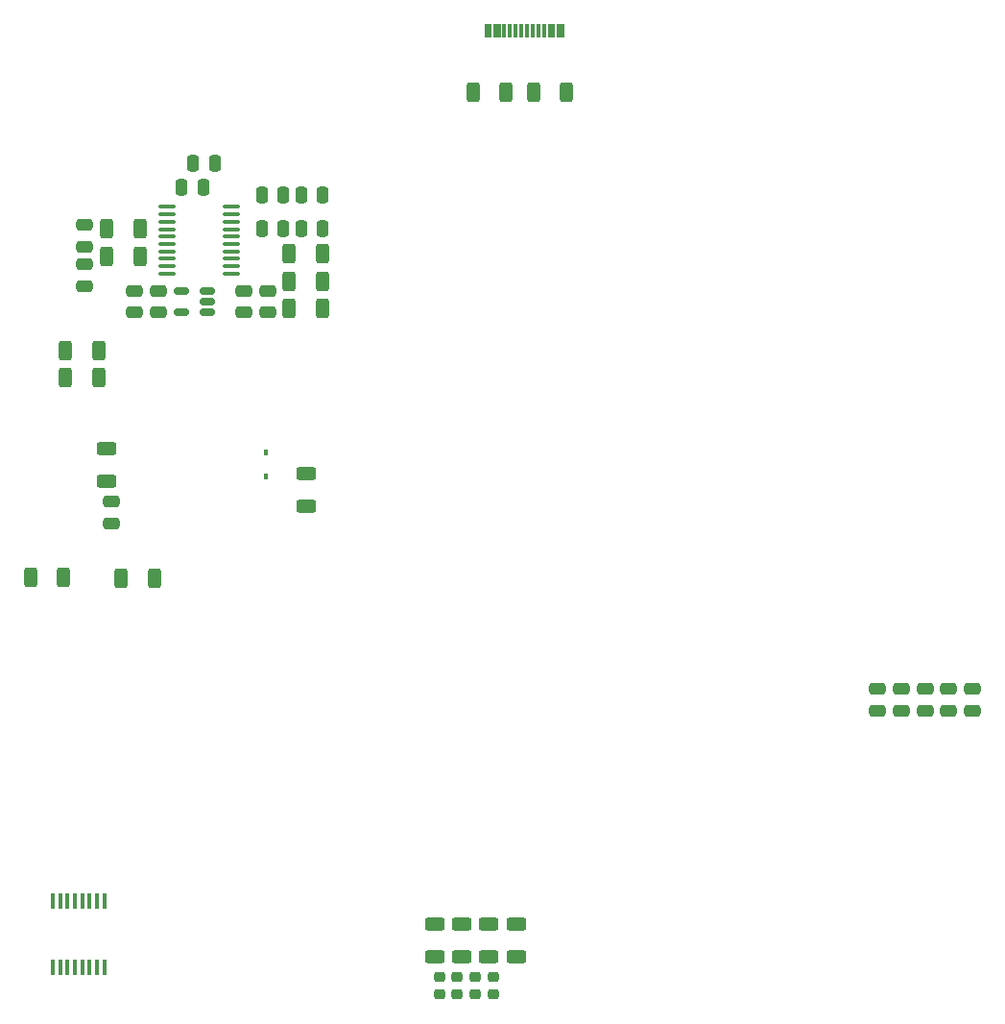
<source format=gbr>
%TF.GenerationSoftware,KiCad,Pcbnew,(6.0.5)*%
%TF.CreationDate,2022-08-13T10:07:46+02:00*%
%TF.ProjectId,clarinoid-devboard,636c6172-696e-46f6-9964-2d646576626f,rev?*%
%TF.SameCoordinates,Original*%
%TF.FileFunction,Paste,Top*%
%TF.FilePolarity,Positive*%
%FSLAX46Y46*%
G04 Gerber Fmt 4.6, Leading zero omitted, Abs format (unit mm)*
G04 Created by KiCad (PCBNEW (6.0.5)) date 2022-08-13 10:07:46*
%MOMM*%
%LPD*%
G01*
G04 APERTURE LIST*
G04 Aperture macros list*
%AMRoundRect*
0 Rectangle with rounded corners*
0 $1 Rounding radius*
0 $2 $3 $4 $5 $6 $7 $8 $9 X,Y pos of 4 corners*
0 Add a 4 corners polygon primitive as box body*
4,1,4,$2,$3,$4,$5,$6,$7,$8,$9,$2,$3,0*
0 Add four circle primitives for the rounded corners*
1,1,$1+$1,$2,$3*
1,1,$1+$1,$4,$5*
1,1,$1+$1,$6,$7*
1,1,$1+$1,$8,$9*
0 Add four rect primitives between the rounded corners*
20,1,$1+$1,$2,$3,$4,$5,0*
20,1,$1+$1,$4,$5,$6,$7,0*
20,1,$1+$1,$6,$7,$8,$9,0*
20,1,$1+$1,$8,$9,$2,$3,0*%
G04 Aperture macros list end*
%ADD10RoundRect,0.218750X-0.256250X0.218750X-0.256250X-0.218750X0.256250X-0.218750X0.256250X0.218750X0*%
%ADD11RoundRect,0.250000X-0.475000X0.250000X-0.475000X-0.250000X0.475000X-0.250000X0.475000X0.250000X0*%
%ADD12RoundRect,0.250000X0.475000X-0.250000X0.475000X0.250000X-0.475000X0.250000X-0.475000X-0.250000X0*%
%ADD13RoundRect,0.250000X0.625000X-0.312500X0.625000X0.312500X-0.625000X0.312500X-0.625000X-0.312500X0*%
%ADD14RoundRect,0.250000X-0.312500X-0.625000X0.312500X-0.625000X0.312500X0.625000X-0.312500X0.625000X0*%
%ADD15RoundRect,0.250000X0.250000X0.475000X-0.250000X0.475000X-0.250000X-0.475000X0.250000X-0.475000X0*%
%ADD16R,0.450000X1.475000*%
%ADD17R,0.300000X1.150000*%
%ADD18RoundRect,0.250000X0.312500X0.625000X-0.312500X0.625000X-0.312500X-0.625000X0.312500X-0.625000X0*%
%ADD19RoundRect,0.250000X-0.250000X-0.475000X0.250000X-0.475000X0.250000X0.475000X-0.250000X0.475000X0*%
%ADD20RoundRect,0.100000X-0.637500X-0.100000X0.637500X-0.100000X0.637500X0.100000X-0.637500X0.100000X0*%
%ADD21R,0.450000X0.600000*%
%ADD22RoundRect,0.150000X0.512500X0.150000X-0.512500X0.150000X-0.512500X-0.150000X0.512500X-0.150000X0*%
G04 APERTURE END LIST*
D10*
%TO.C,D5*%
X384739304Y-95600034D03*
X384739304Y-97175034D03*
%TD*%
D11*
%TO.C,C4*%
X353084556Y-35125729D03*
X353084556Y-37025729D03*
%TD*%
D12*
%TO.C,C21*%
X422789304Y-72150034D03*
X422789304Y-70250034D03*
%TD*%
D10*
%TO.C,D7*%
X383139304Y-95600034D03*
X383139304Y-97175034D03*
%TD*%
D13*
%TO.C,R35*%
X384339304Y-93850034D03*
X384339304Y-90925034D03*
%TD*%
D14*
%TO.C,R40*%
X343876804Y-60350034D03*
X346801804Y-60350034D03*
%TD*%
D12*
%TO.C,C23*%
X426989304Y-72150034D03*
X426989304Y-70250034D03*
%TD*%
D15*
%TO.C,C14*%
X369684556Y-29675729D03*
X367784556Y-29675729D03*
%TD*%
D10*
%TO.C,D9*%
X379939304Y-95600034D03*
X379939304Y-97175034D03*
%TD*%
D12*
%TO.C,C20*%
X420689304Y-72150034D03*
X420689304Y-70250034D03*
%TD*%
D16*
%TO.C,IC1*%
X345864304Y-94788034D03*
X346514304Y-94788034D03*
X347164304Y-94788034D03*
X347814304Y-94788034D03*
X348464304Y-94788034D03*
X349114304Y-94788034D03*
X349764304Y-94788034D03*
X350414304Y-94788034D03*
X350414304Y-88912034D03*
X349764304Y-88912034D03*
X349114304Y-88912034D03*
X348464304Y-88912034D03*
X347814304Y-88912034D03*
X347164304Y-88912034D03*
X346514304Y-88912034D03*
X345864304Y-88912034D03*
%TD*%
D13*
%TO.C,R19*%
X368184556Y-54138229D03*
X368184556Y-51213229D03*
%TD*%
D11*
%TO.C,C12*%
X348684556Y-32825729D03*
X348684556Y-34725729D03*
%TD*%
D12*
%TO.C,C27*%
X350984556Y-55625729D03*
X350984556Y-53725729D03*
%TD*%
D14*
%TO.C,R41*%
X351876804Y-60450034D03*
X354801804Y-60450034D03*
%TD*%
%TO.C,R7*%
X382939304Y-17635034D03*
X385864304Y-17635034D03*
%TD*%
D15*
%TO.C,C8*%
X360134556Y-23875729D03*
X358234556Y-23875729D03*
%TD*%
D12*
%TO.C,C5*%
X364784556Y-37025729D03*
X364784556Y-35125729D03*
%TD*%
%TO.C,C9*%
X348684556Y-31225729D03*
X348684556Y-29325729D03*
%TD*%
D17*
%TO.C,J2*%
X390789304Y-12220034D03*
X389989304Y-12220034D03*
X388689304Y-12220034D03*
X387689304Y-12220034D03*
X387189304Y-12220034D03*
X386189304Y-12220034D03*
X384889304Y-12220034D03*
X384089304Y-12220034D03*
X384389304Y-12220034D03*
X385189304Y-12220034D03*
X385689304Y-12220034D03*
X386689304Y-12220034D03*
X388189304Y-12220034D03*
X389189304Y-12220034D03*
X389689304Y-12220034D03*
X390489304Y-12220034D03*
%TD*%
D10*
%TO.C,D8*%
X381539304Y-95600034D03*
X381539304Y-97175034D03*
%TD*%
D18*
%TO.C,R6*%
X353547056Y-32075729D03*
X350622056Y-32075729D03*
%TD*%
D19*
%TO.C,C11*%
X364284556Y-29675729D03*
X366184556Y-29675729D03*
%TD*%
D13*
%TO.C,R34*%
X386739304Y-93850034D03*
X386739304Y-90925034D03*
%TD*%
D12*
%TO.C,C6*%
X362684556Y-37025729D03*
X362684556Y-35125729D03*
%TD*%
%TO.C,C17*%
X418589304Y-72150034D03*
X418589304Y-70250034D03*
%TD*%
D14*
%TO.C,R21*%
X346984556Y-42775729D03*
X349909556Y-42775729D03*
%TD*%
D13*
%TO.C,R37*%
X379539304Y-93850034D03*
X379539304Y-90925034D03*
%TD*%
%TO.C,R22*%
X350584556Y-51938229D03*
X350584556Y-49013229D03*
%TD*%
D18*
%TO.C,R8*%
X391164304Y-17635034D03*
X388239304Y-17635034D03*
%TD*%
%TO.C,R3*%
X369647056Y-36675729D03*
X366722056Y-36675729D03*
%TD*%
D19*
%TO.C,C13*%
X367784556Y-26668229D03*
X369684556Y-26668229D03*
%TD*%
D18*
%TO.C,R1*%
X369647056Y-31875729D03*
X366722056Y-31875729D03*
%TD*%
D11*
%TO.C,C3*%
X355184556Y-35125729D03*
X355184556Y-37025729D03*
%TD*%
D20*
%TO.C,U1*%
X355922056Y-27750729D03*
X355922056Y-28400729D03*
X355922056Y-29050729D03*
X355922056Y-29700729D03*
X355922056Y-30350729D03*
X355922056Y-31000729D03*
X355922056Y-31650729D03*
X355922056Y-32300729D03*
X355922056Y-32950729D03*
X355922056Y-33600729D03*
X361647056Y-33600729D03*
X361647056Y-32950729D03*
X361647056Y-32300729D03*
X361647056Y-31650729D03*
X361647056Y-31000729D03*
X361647056Y-30350729D03*
X361647056Y-29700729D03*
X361647056Y-29050729D03*
X361647056Y-28400729D03*
X361647056Y-27750729D03*
%TD*%
D15*
%TO.C,C10*%
X366184556Y-26668229D03*
X364284556Y-26668229D03*
%TD*%
D13*
%TO.C,R36*%
X381939304Y-93850034D03*
X381939304Y-90925034D03*
%TD*%
D21*
%TO.C,D6*%
X364684556Y-51525729D03*
X364684556Y-49425729D03*
%TD*%
D18*
%TO.C,R5*%
X353547056Y-29675729D03*
X350622056Y-29675729D03*
%TD*%
D12*
%TO.C,C22*%
X424889304Y-72150034D03*
X424889304Y-70250034D03*
%TD*%
D18*
%TO.C,R2*%
X369647056Y-34275729D03*
X366722056Y-34275729D03*
%TD*%
D14*
%TO.C,R20*%
X346984556Y-40375729D03*
X349909556Y-40375729D03*
%TD*%
D19*
%TO.C,C7*%
X357234556Y-25975729D03*
X359134556Y-25975729D03*
%TD*%
D22*
%TO.C,U7*%
X359522056Y-37025729D03*
X359522056Y-36075729D03*
X359522056Y-35125729D03*
X357247056Y-35125729D03*
X357247056Y-37025729D03*
%TD*%
M02*

</source>
